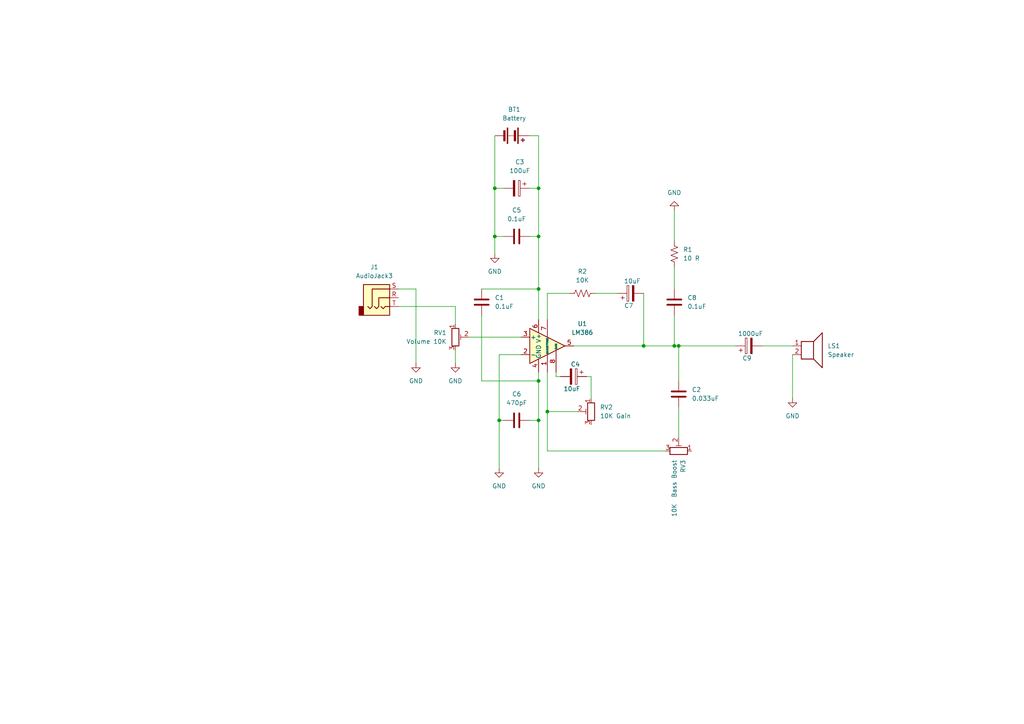
<source format=kicad_sch>
(kicad_sch (version 20250114) (generator "eeschema") (generator_version "9.0")
  (paper "A4")
  (lib_symbols
    (symbol "Amplifier_Audio:LM386" (pin_names (offset 0.127))
      (property "Reference" "U" (at 1.27 7.62 0))
      (property "Value" "LM386" (at 1.27 5.08 0))
      (symbol "LM386_0_1"
        (polyline (pts (xy 5.08 0) (xy -5.08 5.08) (xy -5.08 -5.08) (xy 5.08 0)) (stroke (width 0.254)) (fill (type background)))
      )
      (symbol "LM386_1_1"
        (pin input line (at -7.62 2.54 0) (length 2.54) (name "+") (number "3"))
        (pin input line (at -7.62 -2.54 0) (length 2.54) (name "-") (number "2"))
        (pin power_in line (at -2.54 7.62 270) (length 3.81) (name "V+") (number "6"))
        (pin power_in line (at -2.54 -7.62 90) (length 3.81) (name "GND") (number "4"))
        (pin input line (at 0 7.62 270) (length 5.08) (name "BYPASS") (number "7"))
        (pin input line (at 0 -7.62 90) (length 5.08) (name "GAIN") (number "1"))
        (pin input line (at 2.54 -7.62 90) (length 6.35) (name "GAIN") (number "8"))
        (pin output line (at 7.62 0 180) (length 2.54) (name "~") (number "5"))
      )
    )
    (symbol "Connector_Audio:AudioJack3"
      (property "Reference" "J" (at 0 8.89 0))
      (property "Value" "AudioJack3" (at 0 6.35 0))
      (symbol "AudioJack3_0_1"
        (rectangle (start -5.08 -5.08) (end -6.35 -2.54) (stroke (width 0.254)) (fill (type outline)))
        (polyline (pts (xy -1.905 -2.54) (xy -1.27 -3.175) (xy -0.635 -2.54) (xy -0.635 0) (xy 2.54 0)) (stroke (width 0.254)))
        (polyline (pts (xy 0 -2.54) (xy 0.635 -3.175) (xy 1.27 -2.54) (xy 2.54 -2.54)) (stroke (width 0.254)))
        (rectangle (start 2.54 3.81) (end -5.08 -5.08) (stroke (width 0.254)) (fill (type background)))
        (polyline (pts (xy 2.54 2.54) (xy -2.54 2.54) (xy -2.54 -2.54) (xy -3.175 -3.175) (xy -3.81 -2.54)) (stroke (width 0.254)))
      )
      (symbol "AudioJack3_1_1"
        (pin passive line (at 5.08 2.54 180) (length 2.54) (name "~") (number "S"))
        (pin passive line (at 5.08 0 180) (length 2.54) (name "~") (number "R"))
        (pin passive line (at 5.08 -2.54 180) (length 2.54) (name "~") (number "T"))
      )
    )
    (symbol "Device:Battery" (pin_numbers (hide yes)) (pin_names (offset 0) (hide yes))
      (property "Reference" "BT" (at 2.54 2.54 0))
      (property "Value" "Battery" (at 2.54 0 0))
      (symbol "Battery_0_1"
        (rectangle (start -2.286 1.778) (end 2.286 1.524) (fill (type outline)))
        (rectangle (start -2.286 -1.27) (end 2.286 -1.524) (fill (type outline)))
        (rectangle (start -1.524 1.016) (end 1.524 0.508) (fill (type outline)))
        (rectangle (start -1.524 -2.032) (end 1.524 -2.54) (fill (type outline)))
        (polyline (pts (xy 0 1.778) (xy 0 2.54)))
        (polyline (pts (xy 0 0) (xy 0 0.254)))
        (polyline (pts (xy 0 -0.508) (xy 0 -0.254)))
        (polyline (pts (xy 0 -1.016) (xy 0 -0.762)))
        (polyline (pts (xy 0.762 3.048) (xy 1.778 3.048)) (stroke (width 0.254)))
        (polyline (pts (xy 1.27 3.556) (xy 1.27 2.54)) (stroke (width 0.254)))
      )
      (symbol "Battery_1_1"
        (pin passive line (at 0 5.08 270) (length 2.54) (name "+") (number "1"))
        (pin passive line (at 0 -5.08 90) (length 2.54) (name "-") (number "2"))
      )
    )
    (symbol "Device:C" (pin_numbers (hide yes)) (pin_names (offset 0.254))
      (property "Reference" "C" (at 0.635 2.54 0))
      (property "Value" "C" (at 0.635 -2.54 0))
      (symbol "C_0_1"
        (polyline (pts (xy -2.032 0.762) (xy 2.032 0.762)) (stroke (width 0.508)))
        (polyline (pts (xy -2.032 -0.762) (xy 2.032 -0.762)) (stroke (width 0.508)))
      )
      (symbol "C_1_1"
        (pin passive line (at 0 3.81 270) (length 2.794) (name "~") (number "1"))
        (pin passive line (at 0 -3.81 90) (length 2.794) (name "~") (number "2"))
      )
    )
    (symbol "Device:C_Polarized" (pin_numbers (hide yes)) (pin_names (offset 0.254))
      (property "Reference" "C" (at 0.635 2.54 0))
      (property "Value" "C_Polarized" (at 0.635 -2.54 0))
      (symbol "C_Polarized_0_1"
        (rectangle (start -2.286 0.508) (end 2.286 1.016))
        (polyline (pts (xy -1.778 2.286) (xy -0.762 2.286)))
        (polyline (pts (xy -1.27 2.794) (xy -1.27 1.778)))
        (rectangle (start 2.286 -0.508) (end -2.286 -1.016) (fill (type outline)))
      )
      (symbol "C_Polarized_1_1"
        (pin passive line (at 0 3.81 270) (length 2.794) (name "~") (number "1"))
        (pin passive line (at 0 -3.81 90) (length 2.794) (name "~") (number "2"))
      )
    )
    (symbol "Device:R_Potentiometer_Trim" (pin_names (offset 1.016) (hide yes))
      (property "Reference" "RV" (at -4.445 0 90))
      (property "Value" "R_Potentiometer_Trim" (at -2.54 0 90))
      (symbol "R_Potentiometer_Trim_0_1"
        (rectangle (start 1.016 2.54) (end -1.016 -2.54) (stroke (width 0.254)))
        (polyline (pts (xy 1.524 0.762) (xy 1.524 -0.762)))
        (polyline (pts (xy 2.54 0) (xy 1.524 0)))
      )
      (symbol "R_Potentiometer_Trim_1_1"
        (pin passive line (at 0 3.81 270) (length 1.27) (name "1") (number "1"))
        (pin passive line (at 0 -3.81 90) (length 1.27) (name "3") (number "3"))
        (pin passive line (at 3.81 0 180) (length 1.27) (name "2") (number "2"))
      )
    )
    (symbol "Device:R_US" (pin_numbers (hide yes)) (pin_names (offset 0))
      (property "Reference" "R" (at 2.54 0 90))
      (property "Value" "R_US" (at -2.54 0 90))
      (symbol "R_US_0_1"
        (polyline (pts (xy 0 2.286) (xy 0 2.54)))
        (polyline (pts (xy 0 2.286) (xy 1.016 1.905) (xy 0 1.524) (xy -1.016 1.143) (xy 0 0.762)))
        (polyline (pts (xy 0 0.762) (xy 1.016 0.381) (xy 0 0) (xy -1.016 -0.381) (xy 0 -0.762)))
        (polyline (pts (xy 0 -0.762) (xy 1.016 -1.143) (xy 0 -1.524) (xy -1.016 -1.905) (xy 0 -2.286)))
        (polyline (pts (xy 0 -2.286) (xy 0 -2.54)))
      )
      (symbol "R_US_1_1"
        (pin passive line (at 0 3.81 270) (length 1.27) (name "~") (number "1"))
        (pin passive line (at 0 -3.81 90) (length 1.27) (name "~") (number "2"))
      )
    )
    (symbol "Device:Speaker" (pin_names (offset 0) (hide yes))
      (property "Reference" "LS" (at 1.27 5.715 0))
      (property "Value" "Speaker" (at 1.27 3.81 0))
      (symbol "Speaker_0_0"
        (rectangle (start -2.54 1.27) (end 1.016 -3.81) (stroke (width 0.254)))
        (polyline (pts (xy 1.016 1.27) (xy 3.556 3.81) (xy 3.556 -6.35) (xy 1.016 -3.81)) (stroke (width 0.254)))
      )
      (symbol "Speaker_1_1"
        (pin input line (at -5.08 0 0) (length 2.54) (name "1") (number "1"))
        (pin input line (at -5.08 -2.54 0) (length 2.54) (name "2") (number "2"))
      )
    )
    (symbol "power:GND" (power) (pin_numbers (hide yes)) (pin_names (offset 0) (hide yes))
      (property "Value" "GND" (at 0 -3.81 0))
      (symbol "GND_0_1"
        (polyline (pts (xy 0 0) (xy 0 -1.27) (xy 1.27 -1.27) (xy 0 -2.54) (xy -1.27 -1.27) (xy 0 -1.27)))
      )
      (symbol "GND_1_1"
        (pin power_in line (at 0 0 270) (length 0) (name "~") (number "1"))
      )
    )
  )
  (junction (at 156.21 121.92))
  (junction (at 143.51 68.58))
  (junction (at 144.78 121.92))
  (junction (at 156.21 110.49))
  (junction (at 156.21 54.61))
  (junction (at 156.21 83.82))
  (junction (at 156.21 68.58))
  (junction (at 186.69 100.33))
  (junction (at 158.75 119.38))
  (junction (at 143.51 54.61))
  (junction (at 196.85 100.33))
  (junction (at 195.58 100.33))
  (wire (pts (xy 220.98 100.33) (xy 229.87 100.33)))
  (wire (pts (xy 151.13 102.87) (xy 144.78 102.87)))
  (wire (pts (xy 143.51 54.61) (xy 143.51 68.58)))
  (wire (pts (xy 186.69 100.33) (xy 195.58 100.33)))
  (wire (pts (xy 172.72 85.09) (xy 179.07 85.09)))
  (wire (pts (xy 156.21 54.61) (xy 156.21 68.58)))
  (wire (pts (xy 196.85 100.33) (xy 196.85 110.49)))
  (wire (pts (xy 166.37 100.33) (xy 186.69 100.33)))
  (wire (pts (xy 139.7 91.44) (xy 139.7 110.49)))
  (wire (pts (xy 158.75 85.09) (xy 165.1 85.09)))
  (wire (pts (xy 132.08 101.6) (xy 132.08 105.41)))
  (wire (pts (xy 229.87 102.87) (xy 229.87 115.57)))
  (wire (pts (xy 196.85 118.11) (xy 196.85 127)))
  (wire (pts (xy 158.75 119.38) (xy 167.64 119.38)))
  (wire (pts (xy 156.21 107.95) (xy 156.21 110.49)))
  (wire (pts (xy 156.21 68.58) (xy 153.67 68.58)))
  (wire (pts (xy 171.45 109.22) (xy 171.45 115.57)))
  (wire (pts (xy 193.04 130.81) (xy 158.75 130.81)))
  (wire (pts (xy 156.21 68.58) (xy 156.21 83.82)))
  (wire (pts (xy 139.7 83.82) (xy 156.21 83.82)))
  (wire (pts (xy 120.65 83.82) (xy 120.65 105.41)))
  (wire (pts (xy 146.05 54.61) (xy 143.51 54.61)))
  (wire (pts (xy 158.75 119.38) (xy 158.75 130.81)))
  (wire (pts (xy 195.58 77.47) (xy 195.58 83.82)))
  (wire (pts (xy 153.67 39.37) (xy 156.21 39.37)))
  (wire (pts (xy 144.78 102.87) (xy 144.78 121.92)))
  (wire (pts (xy 143.51 68.58) (xy 146.05 68.58)))
  (wire (pts (xy 196.85 100.33) (xy 213.36 100.33)))
  (wire (pts (xy 186.69 85.09) (xy 186.69 100.33)))
  (wire (pts (xy 156.21 135.89) (xy 156.21 121.92)))
  (wire (pts (xy 135.89 97.79) (xy 151.13 97.79)))
  (wire (pts (xy 139.7 110.49) (xy 156.21 110.49)))
  (wire (pts (xy 195.58 100.33) (xy 196.85 100.33)))
  (wire (pts (xy 115.57 83.82) (xy 120.65 83.82)))
  (wire (pts (xy 143.51 39.37) (xy 143.51 54.61)))
  (wire (pts (xy 158.75 107.95) (xy 158.75 119.38)))
  (wire (pts (xy 161.29 109.22) (xy 162.56 109.22)))
  (wire (pts (xy 156.21 110.49) (xy 156.21 121.92)))
  (wire (pts (xy 195.58 60.96) (xy 195.58 69.85)))
  (wire (pts (xy 144.78 121.92) (xy 146.05 121.92)))
  (wire (pts (xy 143.51 68.58) (xy 143.51 73.66)))
  (wire (pts (xy 158.75 92.71) (xy 158.75 85.09)))
  (wire (pts (xy 115.57 88.9) (xy 132.08 88.9)))
  (wire (pts (xy 144.78 121.92) (xy 144.78 135.89)))
  (wire (pts (xy 153.67 121.92) (xy 156.21 121.92)))
  (wire (pts (xy 170.18 109.22) (xy 171.45 109.22)))
  (wire (pts (xy 132.08 88.9) (xy 132.08 93.98)))
  (wire (pts (xy 153.67 54.61) (xy 156.21 54.61)))
  (wire (pts (xy 156.21 83.82) (xy 156.21 92.71)))
  (wire (pts (xy 161.29 107.95) (xy 161.29 109.22)))
  (wire (pts (xy 156.21 39.37) (xy 156.21 54.61)))
  (wire (pts (xy 195.58 91.44) (xy 195.58 100.33)))
  (symbol (lib_id "Amplifier_Audio:LM386") (at 158.75 100.33 0) (unit 1)
    (property "Reference" "U1" (at 168.91 93.9098 0))
    (property "Value" "LM386" (at 168.91 96.4498 0))
    (property "Footprint" "Package_DIP:DIP-8_W7.62mm_Socket_LongPads" (effects (hide yes)))
    (property "Datasheet" "http://www.ti.com/lit/ds/symlink/lm386.pdf" (effects (hide yes)))
    (property "Description" "Low Voltage Audio Power Amplifier, DIP-8/SOIC-8/SSOP-8" (effects (hide yes)))
  )
  (symbol (lib_id "Device:C") (at 149.86 68.58 270) (unit 1)
    (property "Reference" "C5" (at 149.86 60.96 90))
    (property "Value" "0.1uF" (at 149.86 63.5 90))
    (property "Footprint" "Capacitor_THT:C_Disc_D16.0mm_W5.0mm_P7.50mm" (effects (hide yes)))
    (property "Description" "Unpolarized capacitor" (effects (hide yes)))
  )
  (symbol (lib_id "power:GND") (at 195.58 60.96 180) (unit 1)
    (property "Reference" "#PWR06" (effects (hide yes)))
    (property "Value" "GND" (at 195.58 55.88 0))
    (property "Description" "Power symbol creates a global label with name \"GND\" , ground" (effects (hide yes)))
  )
  (symbol (lib_id "Device:R_Potentiometer_Trim") (at 196.85 130.81 270) (mirror x) (unit 1)
    (property "Reference" "RV3" (at 198.1201 133.35 0) (effects (justify right)))
    (property "Value" "10K  Bass Boost" (at 195.5801 133.35 0) (effects (justify right)))
    (property "Footprint" "Potentiometer_THT:Potentiometer_Bourns_3266X_Horizontal" (effects (hide yes)))
    (property "Description" "Trim-potentiometer" (effects (hide yes)))
  )
  (symbol (lib_id "Device:R_Potentiometer_Trim") (at 132.08 97.79 0) (unit 1)
    (property "Reference" "RV1" (at 129.54 96.5199 0) (effects (justify right)))
    (property "Value" "Volume 10K" (at 129.54 99.0599 0) (effects (justify right)))
    (property "Footprint" "Potentiometer_THT:Potentiometer_Bourns_3266X_Horizontal" (effects (hide yes)))
    (property "Description" "Trim-potentiometer" (effects (hide yes)))
  )
  (symbol (lib_id "power:GND") (at 156.21 135.89 0) (unit 1)
    (property "Reference" "#PWR04" (effects (hide yes)))
    (property "Value" "GND" (at 156.21 140.97 0))
    (property "Description" "Power symbol creates a global label with name \"GND\" , ground" (effects (hide yes)))
  )
  (symbol (lib_id "Device:C") (at 139.7 87.63 0) (unit 1)
    (property "Reference" "C1" (at 143.51 86.3599 0) (effects (justify left)))
    (property "Value" "0.1uF" (at 143.51 88.8999 0) (effects (justify left)))
    (property "Footprint" "Capacitor_THT:C_Disc_D16.0mm_W5.0mm_P7.50mm" (effects (hide yes)))
    (property "Description" "Unpolarized capacitor" (effects (hide yes)))
  )
  (symbol (lib_id "power:GND") (at 120.65 105.41 0) (unit 1)
    (property "Reference" "#PWR01" (effects (hide yes)))
    (property "Value" "GND" (at 120.65 110.49 0))
    (property "Description" "Power symbol creates a global label with name \"GND\" , ground" (effects (hide yes)))
  )
  (symbol (lib_id "Device:C") (at 149.86 121.92 270) (unit 1)
    (property "Reference" "C6" (at 149.86 114.3 90))
    (property "Value" "470pF" (at 149.86 116.84 90))
    (property "Footprint" "Capacitor_THT:C_Disc_D16.0mm_W5.0mm_P7.50mm" (effects (hide yes)))
    (property "Description" "Unpolarized capacitor" (effects (hide yes)))
  )
  (symbol (lib_id "Device:C_Polarized") (at 182.88 85.09 90) (unit 1)
    (property "Reference" "C7" (at 182.372 88.646 90))
    (property "Value" "10uF" (at 183.388 81.534 90))
    (property "Footprint" "Capacitor_THT:CP_Radial_D8.0mm_P3.50mm" (effects (hide yes)))
    (property "Description" "Polarized capacitor" (effects (hide yes)))
  )
  (symbol (lib_id "Device:C_Polarized") (at 217.17 100.33 90) (unit 1)
    (property "Reference" "C9" (at 216.662 103.886 90))
    (property "Value" "1000uF" (at 217.678 96.774 90))
    (property "Footprint" "Capacitor_THT:CP_Radial_D8.0mm_P3.50mm" (effects (hide yes)))
    (property "Description" "Polarized capacitor" (effects (hide yes)))
  )
  (symbol (lib_id "power:GND") (at 143.51 73.66 0) (unit 1)
    (property "Reference" "#PWR05" (effects (hide yes)))
    (property "Value" "GND" (at 143.51 78.74 0))
    (property "Description" "Power symbol creates a global label with name \"GND\" , ground" (effects (hide yes)))
  )
  (symbol (lib_id "Device:C_Polarized") (at 149.86 54.61 270) (unit 1)
    (property "Reference" "C3" (at 150.749 46.99 90))
    (property "Value" "100uF" (at 150.749 49.53 90))
    (property "Footprint" "Capacitor_THT:CP_Radial_D8.0mm_P3.50mm" (effects (hide yes)))
    (property "Description" "Polarized capacitor" (effects (hide yes)))
  )
  (symbol (lib_id "Connector_Audio:AudioJack3") (at 110.49 86.36 0) (unit 1)
    (property "Reference" "J1" (at 108.585 77.47 0))
    (property "Value" "AudioJack3" (at 108.585 80.01 0))
    (property "Footprint" "Connector_Audio:Jack_3.5mm_CUI_SJ1-3513N_Horizontal" (effects (hide yes)))
    (property "Description" "Audio Jack, 3 Poles (Stereo / TRS)" (effects (hide yes)))
  )
  (symbol (lib_id "power:GND") (at 229.87 115.57 0) (unit 1)
    (property "Reference" "#PWR07" (effects (hide yes)))
    (property "Value" "GND" (at 229.87 120.65 0))
    (property "Description" "Power symbol creates a global label with name \"GND\" , ground" (effects (hide yes)))
  )
  (symbol (lib_id "Device:C") (at 195.58 87.63 0) (unit 1)
    (property "Reference" "C8" (at 199.39 86.3599 0) (effects (justify left)))
    (property "Value" "0.1uF" (at 199.39 88.8999 0) (effects (justify left)))
    (property "Footprint" "Capacitor_THT:C_Disc_D16.0mm_W5.0mm_P7.50mm" (effects (hide yes)))
    (property "Description" "Unpolarized capacitor" (effects (hide yes)))
  )
  (symbol (lib_id "Device:R_US") (at 168.91 85.09 270) (unit 1)
    (property "Reference" "R2" (at 168.91 78.74 90))
    (property "Value" "10K" (at 168.91 81.28 90))
    (property "Footprint" "Resistor_THT:R_Axial_DIN0207_L6.3mm_D2.5mm_P7.62mm_Horizontal" (effects (hide yes)))
    (property "Description" "Resistor, US symbol" (effects (hide yes)))
  )
  (symbol (lib_id "Device:C") (at 196.85 114.3 180) (unit 1)
    (property "Reference" "C2" (at 200.66 113.0299 0) (effects (justify right)))
    (property "Value" "0.033uF" (at 200.66 115.5699 0) (effects (justify right)))
    (property "Footprint" "Capacitor_THT:C_Disc_D16.0mm_W5.0mm_P7.50mm" (effects (hide yes)))
    (property "Description" "Unpolarized capacitor" (effects (hide yes)))
  )
  (symbol (lib_id "Device:R_Potentiometer_Trim") (at 171.45 119.38 0) (mirror y) (unit 1)
    (property "Reference" "RV2" (at 173.99 118.1099 0) (effects (justify right)))
    (property "Value" "10K Gain" (at 173.99 120.6499 0) (effects (justify right)))
    (property "Footprint" "Potentiometer_THT:Potentiometer_Bourns_3266X_Horizontal" (effects (hide yes)))
    (property "Description" "Trim-potentiometer" (effects (hide yes)))
  )
  (symbol (lib_id "Device:R_US") (at 195.58 73.66 180) (unit 1)
    (property "Reference" "R1" (at 198.12 72.3899 0) (effects (justify right)))
    (property "Value" "10 R" (at 198.12 74.9299 0) (effects (justify right)))
    (property "Footprint" "Resistor_THT:R_Axial_DIN0207_L6.3mm_D2.5mm_P7.62mm_Horizontal" (effects (hide yes)))
    (property "Description" "Resistor, US symbol" (effects (hide yes)))
  )
  (symbol (lib_id "Device:C_Polarized") (at 166.37 109.22 270) (unit 1)
    (property "Reference" "C4" (at 166.878 105.664 90))
    (property "Value" "10uF" (at 165.862 112.776 90))
    (property "Footprint" "Capacitor_THT:CP_Radial_D8.0mm_P3.50mm" (effects (hide yes)))
    (property "Description" "Polarized capacitor" (effects (hide yes)))
  )
  (symbol (lib_id "Device:Battery") (at 148.59 39.37 270) (unit 1)
    (property "Reference" "BT1" (at 149.1615 31.75 90))
    (property "Value" "Battery" (at 149.1615 34.29 90))
    (property "Footprint" "Battery:Battery_Panasonic_CR1025-VSK_Vertical_CircularHoles" (effects (hide yes)))
    (property "Description" "Multiple-cell battery" (effects (hide yes)))
  )
  (symbol (lib_id "power:GND") (at 132.08 105.41 0) (unit 1)
    (property "Reference" "#PWR02" (effects (hide yes)))
    (property "Value" "GND" (at 132.08 110.49 0))
    (property "Description" "Power symbol creates a global label with name \"GND\" , ground" (effects (hide yes)))
  )
  (symbol (lib_id "Device:Speaker") (at 234.95 100.33 0) (unit 1)
    (property "Reference" "LS1" (at 240.03 100.3299 0) (effects (justify left)))
    (property "Value" "Speaker" (at 240.03 102.8699 0) (effects (justify left)))
    (property "Footprint" "TerminalBlock:TerminalBlock_bornier-2_P5.08mm" (effects (hide yes)))
    (property "Description" "Speaker" (effects (hide yes)))
  )
  (symbol (lib_id "power:GND") (at 144.78 135.89 0) (unit 1)
    (property "Reference" "#PWR03" (effects (hide yes)))
    (property "Value" "GND" (at 144.78 140.97 0))
    (property "Description" "Power symbol creates a global label with name \"GND\" , ground" (effects (hide yes)))
  )
)
</source>
